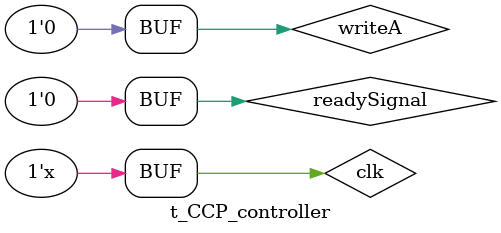
<source format=v>
`timescale 1ns / 1ps


module t_CCP_controller;

	// Inputs
	reg clk;
	reg readySignal;
	reg writeA;
	reg writeB;

	// Outputs
	wire signalA;
	wire signalB;

	// Instantiate the Unit Under Test (UUT)
	CCP_controller uut (
		.clk(clk), 
		.readySignal(readySignal), 
		.writeA(writeA), 
		.writeB(writeB), 
		.signalA(signalA), 
		.signalB(signalB)
	);

	always #5 clk = ~clk;
	always #20 {readySignal, writeA, writeB} = $random;

	initial begin
		// Initialize Inputs
		clk = 1;
		readySignal = 0;
		writeA = 0;
		writeB = 0;
        
		// Add stimulus here

	end
      
endmodule


</source>
